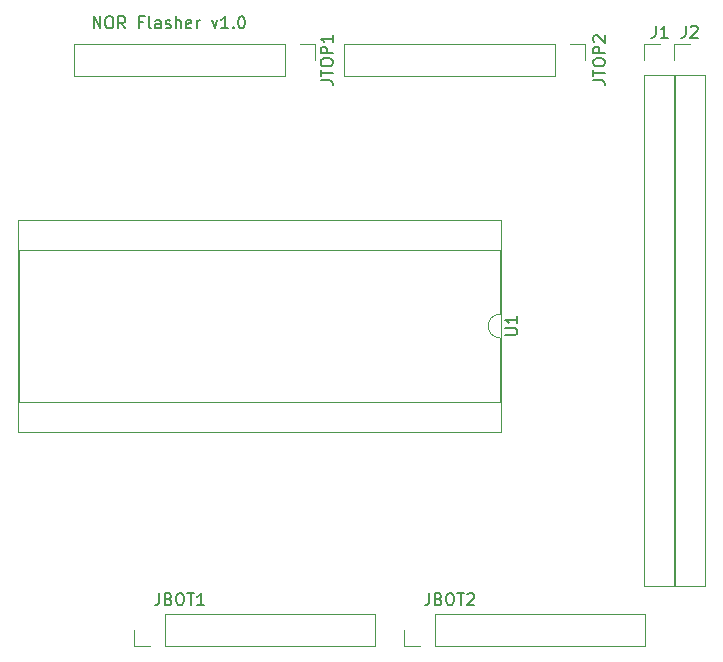
<source format=gto>
%TF.GenerationSoftware,KiCad,Pcbnew,7.0.10*%
%TF.CreationDate,2024-01-13T22:46:11-05:00*%
%TF.ProjectId,NOR Flasher,4e4f5220-466c-4617-9368-65722e6b6963,rev?*%
%TF.SameCoordinates,Original*%
%TF.FileFunction,Legend,Top*%
%TF.FilePolarity,Positive*%
%FSLAX46Y46*%
G04 Gerber Fmt 4.6, Leading zero omitted, Abs format (unit mm)*
G04 Created by KiCad (PCBNEW 7.0.10) date 2024-01-13 22:46:11*
%MOMM*%
%LPD*%
G01*
G04 APERTURE LIST*
%ADD10C,0.150000*%
%ADD11C,0.120000*%
%ADD12R,1.700000X1.700000*%
%ADD13O,1.700000X1.700000*%
%ADD14R,1.600000X1.600000*%
%ADD15O,1.600000X1.600000*%
G04 APERTURE END LIST*
D10*
X132416779Y-65909819D02*
X132416779Y-64909819D01*
X132416779Y-64909819D02*
X132988207Y-65909819D01*
X132988207Y-65909819D02*
X132988207Y-64909819D01*
X133654874Y-64909819D02*
X133845350Y-64909819D01*
X133845350Y-64909819D02*
X133940588Y-64957438D01*
X133940588Y-64957438D02*
X134035826Y-65052676D01*
X134035826Y-65052676D02*
X134083445Y-65243152D01*
X134083445Y-65243152D02*
X134083445Y-65576485D01*
X134083445Y-65576485D02*
X134035826Y-65766961D01*
X134035826Y-65766961D02*
X133940588Y-65862200D01*
X133940588Y-65862200D02*
X133845350Y-65909819D01*
X133845350Y-65909819D02*
X133654874Y-65909819D01*
X133654874Y-65909819D02*
X133559636Y-65862200D01*
X133559636Y-65862200D02*
X133464398Y-65766961D01*
X133464398Y-65766961D02*
X133416779Y-65576485D01*
X133416779Y-65576485D02*
X133416779Y-65243152D01*
X133416779Y-65243152D02*
X133464398Y-65052676D01*
X133464398Y-65052676D02*
X133559636Y-64957438D01*
X133559636Y-64957438D02*
X133654874Y-64909819D01*
X135083445Y-65909819D02*
X134750112Y-65433628D01*
X134512017Y-65909819D02*
X134512017Y-64909819D01*
X134512017Y-64909819D02*
X134892969Y-64909819D01*
X134892969Y-64909819D02*
X134988207Y-64957438D01*
X134988207Y-64957438D02*
X135035826Y-65005057D01*
X135035826Y-65005057D02*
X135083445Y-65100295D01*
X135083445Y-65100295D02*
X135083445Y-65243152D01*
X135083445Y-65243152D02*
X135035826Y-65338390D01*
X135035826Y-65338390D02*
X134988207Y-65386009D01*
X134988207Y-65386009D02*
X134892969Y-65433628D01*
X134892969Y-65433628D02*
X134512017Y-65433628D01*
X136607255Y-65386009D02*
X136273922Y-65386009D01*
X136273922Y-65909819D02*
X136273922Y-64909819D01*
X136273922Y-64909819D02*
X136750112Y-64909819D01*
X137273922Y-65909819D02*
X137178684Y-65862200D01*
X137178684Y-65862200D02*
X137131065Y-65766961D01*
X137131065Y-65766961D02*
X137131065Y-64909819D01*
X138083446Y-65909819D02*
X138083446Y-65386009D01*
X138083446Y-65386009D02*
X138035827Y-65290771D01*
X138035827Y-65290771D02*
X137940589Y-65243152D01*
X137940589Y-65243152D02*
X137750113Y-65243152D01*
X137750113Y-65243152D02*
X137654875Y-65290771D01*
X138083446Y-65862200D02*
X137988208Y-65909819D01*
X137988208Y-65909819D02*
X137750113Y-65909819D01*
X137750113Y-65909819D02*
X137654875Y-65862200D01*
X137654875Y-65862200D02*
X137607256Y-65766961D01*
X137607256Y-65766961D02*
X137607256Y-65671723D01*
X137607256Y-65671723D02*
X137654875Y-65576485D01*
X137654875Y-65576485D02*
X137750113Y-65528866D01*
X137750113Y-65528866D02*
X137988208Y-65528866D01*
X137988208Y-65528866D02*
X138083446Y-65481247D01*
X138512018Y-65862200D02*
X138607256Y-65909819D01*
X138607256Y-65909819D02*
X138797732Y-65909819D01*
X138797732Y-65909819D02*
X138892970Y-65862200D01*
X138892970Y-65862200D02*
X138940589Y-65766961D01*
X138940589Y-65766961D02*
X138940589Y-65719342D01*
X138940589Y-65719342D02*
X138892970Y-65624104D01*
X138892970Y-65624104D02*
X138797732Y-65576485D01*
X138797732Y-65576485D02*
X138654875Y-65576485D01*
X138654875Y-65576485D02*
X138559637Y-65528866D01*
X138559637Y-65528866D02*
X138512018Y-65433628D01*
X138512018Y-65433628D02*
X138512018Y-65386009D01*
X138512018Y-65386009D02*
X138559637Y-65290771D01*
X138559637Y-65290771D02*
X138654875Y-65243152D01*
X138654875Y-65243152D02*
X138797732Y-65243152D01*
X138797732Y-65243152D02*
X138892970Y-65290771D01*
X139369161Y-65909819D02*
X139369161Y-64909819D01*
X139797732Y-65909819D02*
X139797732Y-65386009D01*
X139797732Y-65386009D02*
X139750113Y-65290771D01*
X139750113Y-65290771D02*
X139654875Y-65243152D01*
X139654875Y-65243152D02*
X139512018Y-65243152D01*
X139512018Y-65243152D02*
X139416780Y-65290771D01*
X139416780Y-65290771D02*
X139369161Y-65338390D01*
X140654875Y-65862200D02*
X140559637Y-65909819D01*
X140559637Y-65909819D02*
X140369161Y-65909819D01*
X140369161Y-65909819D02*
X140273923Y-65862200D01*
X140273923Y-65862200D02*
X140226304Y-65766961D01*
X140226304Y-65766961D02*
X140226304Y-65386009D01*
X140226304Y-65386009D02*
X140273923Y-65290771D01*
X140273923Y-65290771D02*
X140369161Y-65243152D01*
X140369161Y-65243152D02*
X140559637Y-65243152D01*
X140559637Y-65243152D02*
X140654875Y-65290771D01*
X140654875Y-65290771D02*
X140702494Y-65386009D01*
X140702494Y-65386009D02*
X140702494Y-65481247D01*
X140702494Y-65481247D02*
X140226304Y-65576485D01*
X141131066Y-65909819D02*
X141131066Y-65243152D01*
X141131066Y-65433628D02*
X141178685Y-65338390D01*
X141178685Y-65338390D02*
X141226304Y-65290771D01*
X141226304Y-65290771D02*
X141321542Y-65243152D01*
X141321542Y-65243152D02*
X141416780Y-65243152D01*
X142416781Y-65243152D02*
X142654876Y-65909819D01*
X142654876Y-65909819D02*
X142892971Y-65243152D01*
X143797733Y-65909819D02*
X143226305Y-65909819D01*
X143512019Y-65909819D02*
X143512019Y-64909819D01*
X143512019Y-64909819D02*
X143416781Y-65052676D01*
X143416781Y-65052676D02*
X143321543Y-65147914D01*
X143321543Y-65147914D02*
X143226305Y-65195533D01*
X144226305Y-65814580D02*
X144273924Y-65862200D01*
X144273924Y-65862200D02*
X144226305Y-65909819D01*
X144226305Y-65909819D02*
X144178686Y-65862200D01*
X144178686Y-65862200D02*
X144226305Y-65814580D01*
X144226305Y-65814580D02*
X144226305Y-65909819D01*
X144892971Y-64909819D02*
X144988209Y-64909819D01*
X144988209Y-64909819D02*
X145083447Y-64957438D01*
X145083447Y-64957438D02*
X145131066Y-65005057D01*
X145131066Y-65005057D02*
X145178685Y-65100295D01*
X145178685Y-65100295D02*
X145226304Y-65290771D01*
X145226304Y-65290771D02*
X145226304Y-65528866D01*
X145226304Y-65528866D02*
X145178685Y-65719342D01*
X145178685Y-65719342D02*
X145131066Y-65814580D01*
X145131066Y-65814580D02*
X145083447Y-65862200D01*
X145083447Y-65862200D02*
X144988209Y-65909819D01*
X144988209Y-65909819D02*
X144892971Y-65909819D01*
X144892971Y-65909819D02*
X144797733Y-65862200D01*
X144797733Y-65862200D02*
X144750114Y-65814580D01*
X144750114Y-65814580D02*
X144702495Y-65719342D01*
X144702495Y-65719342D02*
X144654876Y-65528866D01*
X144654876Y-65528866D02*
X144654876Y-65290771D01*
X144654876Y-65290771D02*
X144702495Y-65100295D01*
X144702495Y-65100295D02*
X144750114Y-65005057D01*
X144750114Y-65005057D02*
X144797733Y-64957438D01*
X144797733Y-64957438D02*
X144892971Y-64909819D01*
X151644819Y-70318095D02*
X152359104Y-70318095D01*
X152359104Y-70318095D02*
X152501961Y-70365714D01*
X152501961Y-70365714D02*
X152597200Y-70460952D01*
X152597200Y-70460952D02*
X152644819Y-70603809D01*
X152644819Y-70603809D02*
X152644819Y-70699047D01*
X151644819Y-69984761D02*
X151644819Y-69413333D01*
X152644819Y-69699047D02*
X151644819Y-69699047D01*
X151644819Y-68889523D02*
X151644819Y-68699047D01*
X151644819Y-68699047D02*
X151692438Y-68603809D01*
X151692438Y-68603809D02*
X151787676Y-68508571D01*
X151787676Y-68508571D02*
X151978152Y-68460952D01*
X151978152Y-68460952D02*
X152311485Y-68460952D01*
X152311485Y-68460952D02*
X152501961Y-68508571D01*
X152501961Y-68508571D02*
X152597200Y-68603809D01*
X152597200Y-68603809D02*
X152644819Y-68699047D01*
X152644819Y-68699047D02*
X152644819Y-68889523D01*
X152644819Y-68889523D02*
X152597200Y-68984761D01*
X152597200Y-68984761D02*
X152501961Y-69079999D01*
X152501961Y-69079999D02*
X152311485Y-69127618D01*
X152311485Y-69127618D02*
X151978152Y-69127618D01*
X151978152Y-69127618D02*
X151787676Y-69079999D01*
X151787676Y-69079999D02*
X151692438Y-68984761D01*
X151692438Y-68984761D02*
X151644819Y-68889523D01*
X152644819Y-68032380D02*
X151644819Y-68032380D01*
X151644819Y-68032380D02*
X151644819Y-67651428D01*
X151644819Y-67651428D02*
X151692438Y-67556190D01*
X151692438Y-67556190D02*
X151740057Y-67508571D01*
X151740057Y-67508571D02*
X151835295Y-67460952D01*
X151835295Y-67460952D02*
X151978152Y-67460952D01*
X151978152Y-67460952D02*
X152073390Y-67508571D01*
X152073390Y-67508571D02*
X152121009Y-67556190D01*
X152121009Y-67556190D02*
X152168628Y-67651428D01*
X152168628Y-67651428D02*
X152168628Y-68032380D01*
X152644819Y-66508571D02*
X152644819Y-67079999D01*
X152644819Y-66794285D02*
X151644819Y-66794285D01*
X151644819Y-66794285D02*
X151787676Y-66889523D01*
X151787676Y-66889523D02*
X151882914Y-66984761D01*
X151882914Y-66984761D02*
X151930533Y-67079999D01*
X174714819Y-70318095D02*
X175429104Y-70318095D01*
X175429104Y-70318095D02*
X175571961Y-70365714D01*
X175571961Y-70365714D02*
X175667200Y-70460952D01*
X175667200Y-70460952D02*
X175714819Y-70603809D01*
X175714819Y-70603809D02*
X175714819Y-70699047D01*
X174714819Y-69984761D02*
X174714819Y-69413333D01*
X175714819Y-69699047D02*
X174714819Y-69699047D01*
X174714819Y-68889523D02*
X174714819Y-68699047D01*
X174714819Y-68699047D02*
X174762438Y-68603809D01*
X174762438Y-68603809D02*
X174857676Y-68508571D01*
X174857676Y-68508571D02*
X175048152Y-68460952D01*
X175048152Y-68460952D02*
X175381485Y-68460952D01*
X175381485Y-68460952D02*
X175571961Y-68508571D01*
X175571961Y-68508571D02*
X175667200Y-68603809D01*
X175667200Y-68603809D02*
X175714819Y-68699047D01*
X175714819Y-68699047D02*
X175714819Y-68889523D01*
X175714819Y-68889523D02*
X175667200Y-68984761D01*
X175667200Y-68984761D02*
X175571961Y-69079999D01*
X175571961Y-69079999D02*
X175381485Y-69127618D01*
X175381485Y-69127618D02*
X175048152Y-69127618D01*
X175048152Y-69127618D02*
X174857676Y-69079999D01*
X174857676Y-69079999D02*
X174762438Y-68984761D01*
X174762438Y-68984761D02*
X174714819Y-68889523D01*
X175714819Y-68032380D02*
X174714819Y-68032380D01*
X174714819Y-68032380D02*
X174714819Y-67651428D01*
X174714819Y-67651428D02*
X174762438Y-67556190D01*
X174762438Y-67556190D02*
X174810057Y-67508571D01*
X174810057Y-67508571D02*
X174905295Y-67460952D01*
X174905295Y-67460952D02*
X175048152Y-67460952D01*
X175048152Y-67460952D02*
X175143390Y-67508571D01*
X175143390Y-67508571D02*
X175191009Y-67556190D01*
X175191009Y-67556190D02*
X175238628Y-67651428D01*
X175238628Y-67651428D02*
X175238628Y-68032380D01*
X174810057Y-67079999D02*
X174762438Y-67032380D01*
X174762438Y-67032380D02*
X174714819Y-66937142D01*
X174714819Y-66937142D02*
X174714819Y-66699047D01*
X174714819Y-66699047D02*
X174762438Y-66603809D01*
X174762438Y-66603809D02*
X174810057Y-66556190D01*
X174810057Y-66556190D02*
X174905295Y-66508571D01*
X174905295Y-66508571D02*
X175000533Y-66508571D01*
X175000533Y-66508571D02*
X175143390Y-66556190D01*
X175143390Y-66556190D02*
X175714819Y-67127618D01*
X175714819Y-67127618D02*
X175714819Y-66508571D01*
X137961904Y-113754819D02*
X137961904Y-114469104D01*
X137961904Y-114469104D02*
X137914285Y-114611961D01*
X137914285Y-114611961D02*
X137819047Y-114707200D01*
X137819047Y-114707200D02*
X137676190Y-114754819D01*
X137676190Y-114754819D02*
X137580952Y-114754819D01*
X138771428Y-114231009D02*
X138914285Y-114278628D01*
X138914285Y-114278628D02*
X138961904Y-114326247D01*
X138961904Y-114326247D02*
X139009523Y-114421485D01*
X139009523Y-114421485D02*
X139009523Y-114564342D01*
X139009523Y-114564342D02*
X138961904Y-114659580D01*
X138961904Y-114659580D02*
X138914285Y-114707200D01*
X138914285Y-114707200D02*
X138819047Y-114754819D01*
X138819047Y-114754819D02*
X138438095Y-114754819D01*
X138438095Y-114754819D02*
X138438095Y-113754819D01*
X138438095Y-113754819D02*
X138771428Y-113754819D01*
X138771428Y-113754819D02*
X138866666Y-113802438D01*
X138866666Y-113802438D02*
X138914285Y-113850057D01*
X138914285Y-113850057D02*
X138961904Y-113945295D01*
X138961904Y-113945295D02*
X138961904Y-114040533D01*
X138961904Y-114040533D02*
X138914285Y-114135771D01*
X138914285Y-114135771D02*
X138866666Y-114183390D01*
X138866666Y-114183390D02*
X138771428Y-114231009D01*
X138771428Y-114231009D02*
X138438095Y-114231009D01*
X139628571Y-113754819D02*
X139819047Y-113754819D01*
X139819047Y-113754819D02*
X139914285Y-113802438D01*
X139914285Y-113802438D02*
X140009523Y-113897676D01*
X140009523Y-113897676D02*
X140057142Y-114088152D01*
X140057142Y-114088152D02*
X140057142Y-114421485D01*
X140057142Y-114421485D02*
X140009523Y-114611961D01*
X140009523Y-114611961D02*
X139914285Y-114707200D01*
X139914285Y-114707200D02*
X139819047Y-114754819D01*
X139819047Y-114754819D02*
X139628571Y-114754819D01*
X139628571Y-114754819D02*
X139533333Y-114707200D01*
X139533333Y-114707200D02*
X139438095Y-114611961D01*
X139438095Y-114611961D02*
X139390476Y-114421485D01*
X139390476Y-114421485D02*
X139390476Y-114088152D01*
X139390476Y-114088152D02*
X139438095Y-113897676D01*
X139438095Y-113897676D02*
X139533333Y-113802438D01*
X139533333Y-113802438D02*
X139628571Y-113754819D01*
X140342857Y-113754819D02*
X140914285Y-113754819D01*
X140628571Y-114754819D02*
X140628571Y-113754819D01*
X141771428Y-114754819D02*
X141200000Y-114754819D01*
X141485714Y-114754819D02*
X141485714Y-113754819D01*
X141485714Y-113754819D02*
X141390476Y-113897676D01*
X141390476Y-113897676D02*
X141295238Y-113992914D01*
X141295238Y-113992914D02*
X141200000Y-114040533D01*
X160821904Y-113754819D02*
X160821904Y-114469104D01*
X160821904Y-114469104D02*
X160774285Y-114611961D01*
X160774285Y-114611961D02*
X160679047Y-114707200D01*
X160679047Y-114707200D02*
X160536190Y-114754819D01*
X160536190Y-114754819D02*
X160440952Y-114754819D01*
X161631428Y-114231009D02*
X161774285Y-114278628D01*
X161774285Y-114278628D02*
X161821904Y-114326247D01*
X161821904Y-114326247D02*
X161869523Y-114421485D01*
X161869523Y-114421485D02*
X161869523Y-114564342D01*
X161869523Y-114564342D02*
X161821904Y-114659580D01*
X161821904Y-114659580D02*
X161774285Y-114707200D01*
X161774285Y-114707200D02*
X161679047Y-114754819D01*
X161679047Y-114754819D02*
X161298095Y-114754819D01*
X161298095Y-114754819D02*
X161298095Y-113754819D01*
X161298095Y-113754819D02*
X161631428Y-113754819D01*
X161631428Y-113754819D02*
X161726666Y-113802438D01*
X161726666Y-113802438D02*
X161774285Y-113850057D01*
X161774285Y-113850057D02*
X161821904Y-113945295D01*
X161821904Y-113945295D02*
X161821904Y-114040533D01*
X161821904Y-114040533D02*
X161774285Y-114135771D01*
X161774285Y-114135771D02*
X161726666Y-114183390D01*
X161726666Y-114183390D02*
X161631428Y-114231009D01*
X161631428Y-114231009D02*
X161298095Y-114231009D01*
X162488571Y-113754819D02*
X162679047Y-113754819D01*
X162679047Y-113754819D02*
X162774285Y-113802438D01*
X162774285Y-113802438D02*
X162869523Y-113897676D01*
X162869523Y-113897676D02*
X162917142Y-114088152D01*
X162917142Y-114088152D02*
X162917142Y-114421485D01*
X162917142Y-114421485D02*
X162869523Y-114611961D01*
X162869523Y-114611961D02*
X162774285Y-114707200D01*
X162774285Y-114707200D02*
X162679047Y-114754819D01*
X162679047Y-114754819D02*
X162488571Y-114754819D01*
X162488571Y-114754819D02*
X162393333Y-114707200D01*
X162393333Y-114707200D02*
X162298095Y-114611961D01*
X162298095Y-114611961D02*
X162250476Y-114421485D01*
X162250476Y-114421485D02*
X162250476Y-114088152D01*
X162250476Y-114088152D02*
X162298095Y-113897676D01*
X162298095Y-113897676D02*
X162393333Y-113802438D01*
X162393333Y-113802438D02*
X162488571Y-113754819D01*
X163202857Y-113754819D02*
X163774285Y-113754819D01*
X163488571Y-114754819D02*
X163488571Y-113754819D01*
X164060000Y-113850057D02*
X164107619Y-113802438D01*
X164107619Y-113802438D02*
X164202857Y-113754819D01*
X164202857Y-113754819D02*
X164440952Y-113754819D01*
X164440952Y-113754819D02*
X164536190Y-113802438D01*
X164536190Y-113802438D02*
X164583809Y-113850057D01*
X164583809Y-113850057D02*
X164631428Y-113945295D01*
X164631428Y-113945295D02*
X164631428Y-114040533D01*
X164631428Y-114040533D02*
X164583809Y-114183390D01*
X164583809Y-114183390D02*
X164012381Y-114754819D01*
X164012381Y-114754819D02*
X164631428Y-114754819D01*
X180006666Y-65704819D02*
X180006666Y-66419104D01*
X180006666Y-66419104D02*
X179959047Y-66561961D01*
X179959047Y-66561961D02*
X179863809Y-66657200D01*
X179863809Y-66657200D02*
X179720952Y-66704819D01*
X179720952Y-66704819D02*
X179625714Y-66704819D01*
X181006666Y-66704819D02*
X180435238Y-66704819D01*
X180720952Y-66704819D02*
X180720952Y-65704819D01*
X180720952Y-65704819D02*
X180625714Y-65847676D01*
X180625714Y-65847676D02*
X180530476Y-65942914D01*
X180530476Y-65942914D02*
X180435238Y-65990533D01*
X182546666Y-65704819D02*
X182546666Y-66419104D01*
X182546666Y-66419104D02*
X182499047Y-66561961D01*
X182499047Y-66561961D02*
X182403809Y-66657200D01*
X182403809Y-66657200D02*
X182260952Y-66704819D01*
X182260952Y-66704819D02*
X182165714Y-66704819D01*
X182975238Y-65800057D02*
X183022857Y-65752438D01*
X183022857Y-65752438D02*
X183118095Y-65704819D01*
X183118095Y-65704819D02*
X183356190Y-65704819D01*
X183356190Y-65704819D02*
X183451428Y-65752438D01*
X183451428Y-65752438D02*
X183499047Y-65800057D01*
X183499047Y-65800057D02*
X183546666Y-65895295D01*
X183546666Y-65895295D02*
X183546666Y-65990533D01*
X183546666Y-65990533D02*
X183499047Y-66133390D01*
X183499047Y-66133390D02*
X182927619Y-66704819D01*
X182927619Y-66704819D02*
X183546666Y-66704819D01*
X167284819Y-91881904D02*
X168094342Y-91881904D01*
X168094342Y-91881904D02*
X168189580Y-91834285D01*
X168189580Y-91834285D02*
X168237200Y-91786666D01*
X168237200Y-91786666D02*
X168284819Y-91691428D01*
X168284819Y-91691428D02*
X168284819Y-91500952D01*
X168284819Y-91500952D02*
X168237200Y-91405714D01*
X168237200Y-91405714D02*
X168189580Y-91358095D01*
X168189580Y-91358095D02*
X168094342Y-91310476D01*
X168094342Y-91310476D02*
X167284819Y-91310476D01*
X168284819Y-90310476D02*
X168284819Y-90881904D01*
X168284819Y-90596190D02*
X167284819Y-90596190D01*
X167284819Y-90596190D02*
X167427676Y-90691428D01*
X167427676Y-90691428D02*
X167522914Y-90786666D01*
X167522914Y-90786666D02*
X167570533Y-90881904D01*
D11*
%TO.C,JTOP1*%
X148590000Y-67250000D02*
X148590000Y-69910000D01*
X130750000Y-67250000D02*
X130750000Y-69910000D01*
X148590000Y-67250000D02*
X130750000Y-67250000D01*
X149860000Y-67250000D02*
X151190000Y-67250000D01*
X148590000Y-69910000D02*
X130750000Y-69910000D01*
X151190000Y-67250000D02*
X151190000Y-68580000D01*
%TO.C,JTOP2*%
X171450000Y-67250000D02*
X171450000Y-69910000D01*
X153610000Y-67250000D02*
X153610000Y-69910000D01*
X171450000Y-67250000D02*
X153610000Y-67250000D01*
X172720000Y-67250000D02*
X174050000Y-67250000D01*
X171450000Y-69910000D02*
X153610000Y-69910000D01*
X174050000Y-67250000D02*
X174050000Y-68580000D01*
%TO.C,JBOT1*%
X138430000Y-118170000D02*
X138430000Y-115510000D01*
X156270000Y-118170000D02*
X156270000Y-115510000D01*
X138430000Y-118170000D02*
X156270000Y-118170000D01*
X137160000Y-118170000D02*
X135830000Y-118170000D01*
X138430000Y-115510000D02*
X156270000Y-115510000D01*
X135830000Y-118170000D02*
X135830000Y-116840000D01*
%TO.C,JBOT2*%
X161290000Y-118170000D02*
X161290000Y-115510000D01*
X179130000Y-118170000D02*
X179130000Y-115510000D01*
X161290000Y-118170000D02*
X179130000Y-118170000D01*
X160020000Y-118170000D02*
X158690000Y-118170000D01*
X161290000Y-115510000D02*
X179130000Y-115510000D01*
X158690000Y-118170000D02*
X158690000Y-116840000D01*
%TO.C,J1*%
X181670000Y-69850000D02*
X181670000Y-113090000D01*
X179010000Y-68580000D02*
X179010000Y-67250000D01*
X179010000Y-69850000D02*
X181670000Y-69850000D01*
X179010000Y-69850000D02*
X179010000Y-113090000D01*
X179010000Y-67250000D02*
X180340000Y-67250000D01*
X179010000Y-113090000D02*
X181670000Y-113090000D01*
%TO.C,J2*%
X184210000Y-69850000D02*
X184210000Y-113090000D01*
X181550000Y-68580000D02*
X181550000Y-67250000D01*
X181550000Y-69850000D02*
X184210000Y-69850000D01*
X181550000Y-69850000D02*
X181550000Y-113090000D01*
X181550000Y-67250000D02*
X182880000Y-67250000D01*
X181550000Y-113090000D02*
X184210000Y-113090000D01*
%TO.C,U1*%
X166890000Y-82170000D02*
X126010000Y-82170000D01*
X126010000Y-82170000D02*
X126010000Y-100070000D01*
X166830000Y-84660000D02*
X126070000Y-84660000D01*
X126070000Y-84660000D02*
X126070000Y-97580000D01*
X166830000Y-90120000D02*
X166830000Y-84660000D01*
X166830000Y-97580000D02*
X166830000Y-92120000D01*
X126070000Y-97580000D02*
X166830000Y-97580000D01*
X166890000Y-100070000D02*
X166890000Y-82170000D01*
X126010000Y-100070000D02*
X166890000Y-100070000D01*
X166830000Y-90120000D02*
G75*
G03*
X166830000Y-92120000I0J-1000000D01*
G01*
%TD*%
%LPC*%
D12*
%TO.C,JTOP1*%
X149860000Y-68580000D03*
D13*
X147320000Y-68580000D03*
X144780000Y-68580000D03*
X142240000Y-68580000D03*
X139700000Y-68580000D03*
X137160000Y-68580000D03*
X134620000Y-68580000D03*
X132080000Y-68580000D03*
%TD*%
D12*
%TO.C,JTOP2*%
X172720000Y-68580000D03*
D13*
X170180000Y-68580000D03*
X167640000Y-68580000D03*
X165100000Y-68580000D03*
X162560000Y-68580000D03*
X160020000Y-68580000D03*
X157480000Y-68580000D03*
X154940000Y-68580000D03*
%TD*%
D12*
%TO.C,JBOT1*%
X137160000Y-116840000D03*
D13*
X139700000Y-116840000D03*
X142240000Y-116840000D03*
X144780000Y-116840000D03*
X147320000Y-116840000D03*
X149860000Y-116840000D03*
X152400000Y-116840000D03*
X154940000Y-116840000D03*
%TD*%
D12*
%TO.C,JBOT2*%
X160020000Y-116840000D03*
D13*
X162560000Y-116840000D03*
X165100000Y-116840000D03*
X167640000Y-116840000D03*
X170180000Y-116840000D03*
X172720000Y-116840000D03*
X175260000Y-116840000D03*
X177800000Y-116840000D03*
%TD*%
D12*
%TO.C,J1*%
X180340000Y-68580000D03*
D13*
X180340000Y-71120000D03*
X180340000Y-73660000D03*
X180340000Y-76200000D03*
X180340000Y-78740000D03*
X180340000Y-81280000D03*
X180340000Y-83820000D03*
X180340000Y-86360000D03*
X180340000Y-88900000D03*
X180340000Y-91440000D03*
X180340000Y-93980000D03*
X180340000Y-96520000D03*
X180340000Y-99060000D03*
X180340000Y-101600000D03*
X180340000Y-104140000D03*
X180340000Y-106680000D03*
X180340000Y-109220000D03*
X180340000Y-111760000D03*
%TD*%
D12*
%TO.C,J2*%
X182880000Y-68580000D03*
D13*
X182880000Y-71120000D03*
X182880000Y-73660000D03*
X182880000Y-76200000D03*
X182880000Y-78740000D03*
X182880000Y-81280000D03*
X182880000Y-83820000D03*
X182880000Y-86360000D03*
X182880000Y-88900000D03*
X182880000Y-91440000D03*
X182880000Y-93980000D03*
X182880000Y-96520000D03*
X182880000Y-99060000D03*
X182880000Y-101600000D03*
X182880000Y-104140000D03*
X182880000Y-106680000D03*
X182880000Y-109220000D03*
X182880000Y-111760000D03*
%TD*%
D14*
%TO.C,U1*%
X165500000Y-83500000D03*
D15*
X162960000Y-83500000D03*
X160420000Y-83500000D03*
X157880000Y-83500000D03*
X155340000Y-83500000D03*
X152800000Y-83500000D03*
X150260000Y-83500000D03*
X147720000Y-83500000D03*
X145180000Y-83500000D03*
X142640000Y-83500000D03*
X140100000Y-83500000D03*
X137560000Y-83500000D03*
X135020000Y-83500000D03*
X132480000Y-83500000D03*
X129940000Y-83500000D03*
X127400000Y-83500000D03*
X127400000Y-98740000D03*
X129940000Y-98740000D03*
X132480000Y-98740000D03*
X135020000Y-98740000D03*
X137560000Y-98740000D03*
X140100000Y-98740000D03*
X142640000Y-98740000D03*
X145180000Y-98740000D03*
X147720000Y-98740000D03*
X150260000Y-98740000D03*
X152800000Y-98740000D03*
X155340000Y-98740000D03*
X157880000Y-98740000D03*
X160420000Y-98740000D03*
X162960000Y-98740000D03*
X165500000Y-98740000D03*
%TD*%
%LPD*%
M02*

</source>
